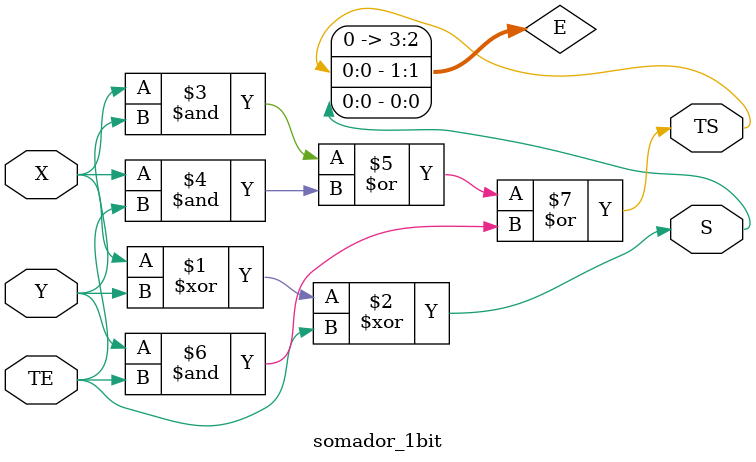
<source format=v>
module somador_1bit(X,Y, TE, S, TS);

input X,Y,TE; //entradas de controle(X e Y são 1bit cada)e o transporte de entrada

output S,TS; // sinais intermediarios (S  é a resposta soma e TS o trasporte de saida quando houver excesso de bit)
wire [3:0]E; //sinal intermediario de saida que irá para a proxima casa binaria

assign S = ((X)^(Y)^(TE)); // expressão booleana para a a soma
assign TS = ((X&Y)|(X&TE)|(Y&TE)); //expressão booleana para o TS

//expressões para cada bit que será mostrada no dislay de 7 segmentos
  assign E[3] = 0;
  assign E[2] = 0;
  assign E[1] = TS;
  assign E[0] = S;
  
//expressão para chamar o decodificador e mostrar o resultado


endmodule

</source>
